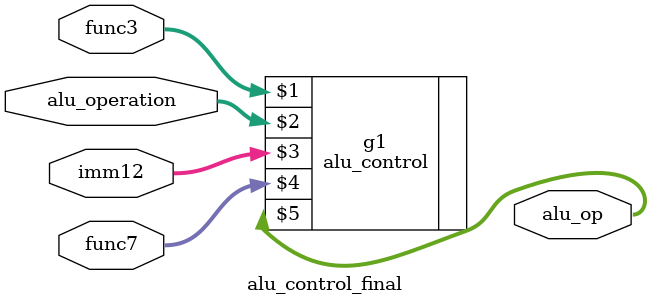
<source format=sv>
module alu_control_final (input logic [2:0]func3,alu_operation,input logic [11:0]imm12,input logic [6:0]func7,output logic [3:0]alu_op);

alu_control g1(func3,alu_operation,imm12,func7,alu_op);

endmodule

</source>
